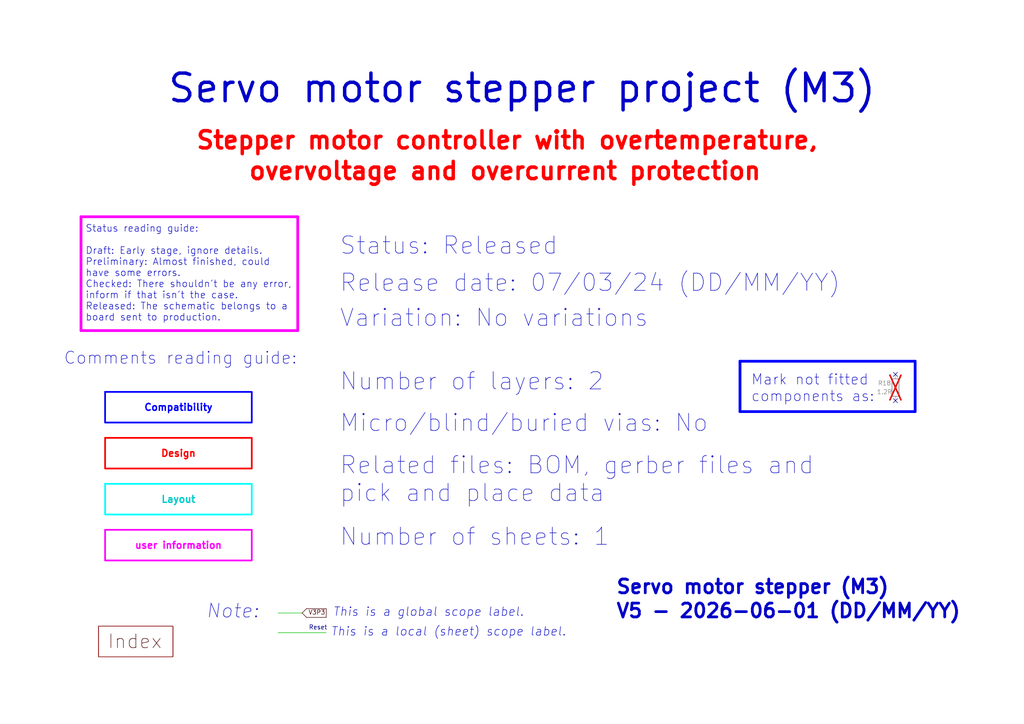
<source format=kicad_sch>
(kicad_sch (version 20231120) (generator "eeschema") (generator_version "8.0")
  (paper "A4")
  (title_block (title "Servo motor stepper - M3  project") (date "2024-10-14") (rev "V5"))
  (lib_symbols
    (symbol "Device:R" (pin_numbers hide) (pin_names (offset 0))
      (property "Reference" "R" (at 2.032 0 90))
      (property "Value" "R" (at 0 0 90))
      (symbol "R_0_1"
        (rectangle (start -1.016 -2.54) (end 1.016 2.54) (stroke (width 0.254)))
      )
      (symbol "R_1_1"
        (pin passive line (at 0 3.81 270) (length 1.27) (name "~") (number "1"))
        (pin passive line (at 0 -3.81 90) (length 1.27) (name "~") (number "2"))
      )
    )
  )
  (no_connect (at 259.715 108.585))
  (no_connect (at 259.715 116.205))
  (polyline (pts (xy 88.9 176.53) (xy 94.615 176.53)) (stroke (width 0) (color 72 0 0 1)))
  (polyline (pts (xy 214.63 104.775) (xy 265.43 104.775)) (stroke (width 0.8) (type solid) (color 0 0 255 1)))
  (polyline (pts (xy 23.495 95.885) (xy 23.495 62.865)) (stroke (width 0.8) (color 255 0 255 1)))
  (polyline (pts (xy 80.645 177.8) (xy 87.63 177.8)) (stroke (width 0) (color 0 194 0 1)))
  (polyline (pts (xy 87.63 177.8) (xy 88.9 179.07)) (stroke (width 0) (color 72 0 0 1)))
  (polyline (pts (xy 86.36 95.885) (xy 23.495 95.885)) (stroke (width 0.8) (color 255 0 255 1)))
  (polyline (pts (xy 265.43 119.38) (xy 214.63 119.38)) (stroke (width 0.8) (type solid) (color 0 0 255 1)))
  (polyline (pts (xy 265.43 104.775) (xy 265.43 119.38)) (stroke (width 0.8) (type solid) (color 0 0 255 1)))
  (polyline (pts (xy 88.9 179.07) (xy 94.615 179.07)) (stroke (width 0) (color 72 0 0 1)))
  (polyline (pts (xy 23.495 62.865) (xy 86.36 62.865)) (stroke (width 0.8) (color 255 0 255 1)))
  (polyline (pts (xy 80.645 183.515) (xy 94.615 183.515)) (stroke (width 0) (color 0 194 0 1)))
  (polyline (pts (xy 86.36 62.865) (xy 86.36 95.885)) (stroke (width 0.8) (color 255 0 255 1)))
  (polyline (pts (xy 94.615 176.53) (xy 94.615 179.07)) (stroke (width 0) (color 72 0 0 1)))
  (polyline (pts (xy 214.63 119.38) (xy 214.63 104.775)) (stroke (width 0.8) (type solid) (color 0 0 255 1)))
  (polyline (pts (xy 87.63 177.8) (xy 88.9 176.53)) (stroke (width 0) (color 72 0 0 1)))
  (text_box "Design" (at 30.48 127 0) (size 42.545 8.89) (stroke (width 0.5) (color 255 0 0 1)) (effects (font (size 2 2) (thickness 0.4) (bold yes))))
  (text_box "user information" (at 30.48 153.67 0) (size 42.545 8.89) (stroke (width 0.5) (color 255 0 255 1)) (effects (font (size 2 2) (thickness 0.4) (bold yes))))
  (text_box "Compatibility" (at 30.48 113.665 0) (size 42.545 8.89) (stroke (width 0.5) (color 0 0 255 1)) (effects (font (size 2 2) (thickness 0.4) (bold yes))))
  (text_box "Layout" (at 30.48 140.335 0) (size 42.545 8.89) (stroke (width 0.5) (color 0 255 255 1)) (effects (font (size 2 2) (thickness 0.4) (bold yes))))
  (text "Variation: No variations" (at 98.425 95.25 0) (effects (font (size 5 5)) (justify left bottom)))
  (text "${REVISION} - ${CURRENT_DATE} (DD/MM/YY)" (at 178.435 179.705 0) (effects (font (size 4 4) (thickness 0.8) (bold yes)) (justify left bottom)))
  (text "Status reading guide:\n\nDraft: Early stage, ignore details.\nPreliminary: Almost finished, could\nhave some errors.\nChecked: There shouldn't be any error,\ninform if that isn't the case.\nReleased: The schematic belongs to a \nboard sent to production." (at 24.765 93.345 0) (effects (font (size 2 2)) (justify left bottom)))
  (text "Servo motor stepper project (M3)" (at 48.26 30.48 0) (effects (font (size 8 8) (thickness 1) (bold yes)) (justify left bottom)))
  (text "This is a global scope label." (at 96.52 179.07 0) (effects (font (size 2.5 2.5) (italic yes)) (justify left bottom)))
  (text "Micro/blind/buried vias: No" (at 98.425 125.73 0) (effects (font (size 5 5)) (justify left bottom)))
  (text "Status: Released" (at 98.425 74.295 0) (effects (font (size 5 5)) (justify left bottom)))
  (text "Comments reading guide:" (at 18.415 106.045 0) (effects (font (size 3.5 3.5)) (justify left bottom)))
  (text "overvoltage and overcurrent protection" (at 71.755 52.705 0) (effects (font (size 5 5) (thickness 1) (bold yes)) (justify left bottom)))
  (text "Reset" (at 89.535 182.88 0) (effects (font (size 1.27 1.27)) (justify left bottom)))
  (text "Note:" (at 59.69 179.705 0) (effects (font (size 4 4) (italic yes)) (justify left bottom)))
  (text "Stepper motor controller with overtemperature," (at 56.515 43.815 0) (effects (font (size 5 5) (thickness 1) (bold yes)) (justify left bottom)))
  (text "Related files: BOM, gerber files and\npick and place data" (at 98.425 146.05 0) (effects (font (size 5 5)) (justify left bottom)))
  (text "Number of sheets: 1" (at 98.425 158.75 0) (effects (font (size 5 5)) (justify left bottom)))
  (text "This is a local (sheet) scope label." (at 95.885 184.785 0) (effects (font (size 2.5 2.5) (italic yes)) (justify left bottom)))
  (text "Index" (at 31.115 188.595 0) (effects (font (size 4 4)) (justify left bottom)))
  (text "Mark not fitted\ncomponents as:" (at 217.805 116.84 0) (effects (font (size 3 3)) (justify left bottom)))
  (text "Number of layers: 2" (at 98.425 113.665 0) (effects (font (size 5 5)) (justify left bottom)))
  (text "Release date: 07/03/24 (DD/MM/YY)" (at 98.425 85.09 0) (effects (font (size 5 5)) (justify left bottom)))
  (text "V3P3" (at 89.408 178.562 0) (effects (font (size 1.27 1.27)) (justify left bottom)))
  (text "Servo motor stepper (M3)" (at 178.435 172.72 0) (effects (font (size 4 4) (thickness 0.8) (bold yes)) (justify left bottom)))
  (symbol (lib_id "Device:R") (at 259.715 112.395 0) (unit 1) (exclude_from_sim yes) (in_bom no) (on_board no) (dnp yes)
    (property "Reference" "R18" (at 256.54 111.125 0))
    (property "Value" "1.2R" (at 256.54 113.665 0))
    (property "Footprint" "Resistor_SMD:R_0402_1005Metric" (effects (hide yes)))
  )
  (sheet (at 28.575 181.61) (size 21.59 8.89) (stroke (width 0.1524))
    (property "Sheetname" "index" (effects (hide yes)))
    (property "Sheetfile" "index.kicad_sch" (effects (hide yes)))
  )
)
</source>
